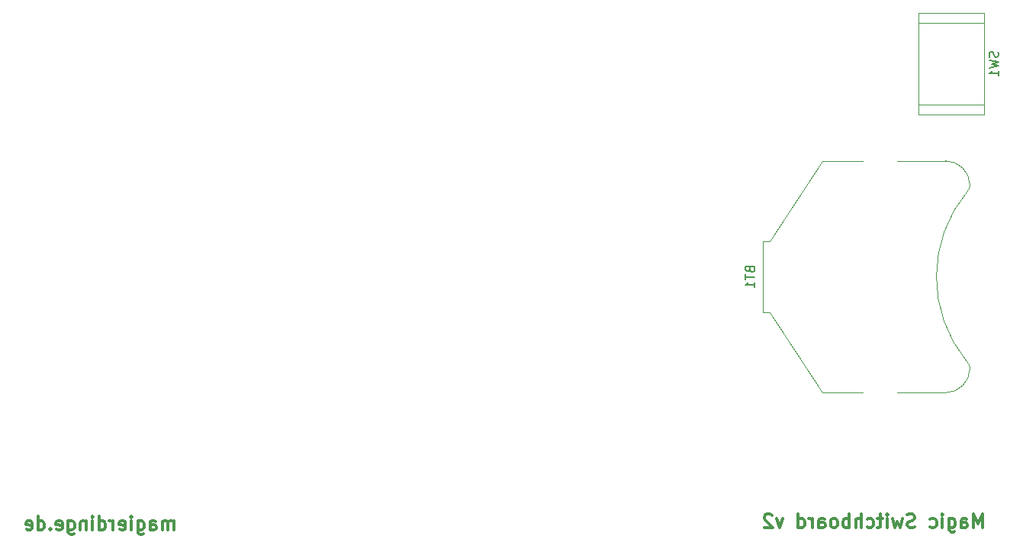
<source format=gbr>
G04 #@! TF.GenerationSoftware,KiCad,Pcbnew,5.0.2-bee76a0~70~ubuntu18.04.1*
G04 #@! TF.CreationDate,2019-01-02T21:03:54+01:00*
G04 #@! TF.ProjectId,magic-switchboard,6d616769-632d-4737-9769-746368626f61,v2*
G04 #@! TF.SameCoordinates,Original*
G04 #@! TF.FileFunction,Legend,Bot*
G04 #@! TF.FilePolarity,Positive*
%FSLAX46Y46*%
G04 Gerber Fmt 4.6, Leading zero omitted, Abs format (unit mm)*
G04 Created by KiCad (PCBNEW 5.0.2-bee76a0~70~ubuntu18.04.1) date Mi 02 Jan 2019 21:03:54 CET*
%MOMM*%
%LPD*%
G01*
G04 APERTURE LIST*
%ADD10C,0.300000*%
%ADD11C,0.120000*%
%ADD12C,0.150000*%
G04 APERTURE END LIST*
D10*
X108084571Y-138082571D02*
X108084571Y-137082571D01*
X108084571Y-137225428D02*
X108013142Y-137154000D01*
X107870285Y-137082571D01*
X107656000Y-137082571D01*
X107513142Y-137154000D01*
X107441714Y-137296857D01*
X107441714Y-138082571D01*
X107441714Y-137296857D02*
X107370285Y-137154000D01*
X107227428Y-137082571D01*
X107013142Y-137082571D01*
X106870285Y-137154000D01*
X106798857Y-137296857D01*
X106798857Y-138082571D01*
X105441714Y-138082571D02*
X105441714Y-137296857D01*
X105513142Y-137154000D01*
X105656000Y-137082571D01*
X105941714Y-137082571D01*
X106084571Y-137154000D01*
X105441714Y-138011142D02*
X105584571Y-138082571D01*
X105941714Y-138082571D01*
X106084571Y-138011142D01*
X106156000Y-137868285D01*
X106156000Y-137725428D01*
X106084571Y-137582571D01*
X105941714Y-137511142D01*
X105584571Y-137511142D01*
X105441714Y-137439714D01*
X104084571Y-137082571D02*
X104084571Y-138296857D01*
X104156000Y-138439714D01*
X104227428Y-138511142D01*
X104370285Y-138582571D01*
X104584571Y-138582571D01*
X104727428Y-138511142D01*
X104084571Y-138011142D02*
X104227428Y-138082571D01*
X104513142Y-138082571D01*
X104656000Y-138011142D01*
X104727428Y-137939714D01*
X104798857Y-137796857D01*
X104798857Y-137368285D01*
X104727428Y-137225428D01*
X104656000Y-137154000D01*
X104513142Y-137082571D01*
X104227428Y-137082571D01*
X104084571Y-137154000D01*
X103370285Y-138082571D02*
X103370285Y-137082571D01*
X103370285Y-136582571D02*
X103441714Y-136654000D01*
X103370285Y-136725428D01*
X103298857Y-136654000D01*
X103370285Y-136582571D01*
X103370285Y-136725428D01*
X102084571Y-138011142D02*
X102227428Y-138082571D01*
X102513142Y-138082571D01*
X102656000Y-138011142D01*
X102727428Y-137868285D01*
X102727428Y-137296857D01*
X102656000Y-137154000D01*
X102513142Y-137082571D01*
X102227428Y-137082571D01*
X102084571Y-137154000D01*
X102013142Y-137296857D01*
X102013142Y-137439714D01*
X102727428Y-137582571D01*
X101370285Y-138082571D02*
X101370285Y-137082571D01*
X101370285Y-137368285D02*
X101298857Y-137225428D01*
X101227428Y-137154000D01*
X101084571Y-137082571D01*
X100941714Y-137082571D01*
X99798857Y-138082571D02*
X99798857Y-136582571D01*
X99798857Y-138011142D02*
X99941714Y-138082571D01*
X100227428Y-138082571D01*
X100370285Y-138011142D01*
X100441714Y-137939714D01*
X100513142Y-137796857D01*
X100513142Y-137368285D01*
X100441714Y-137225428D01*
X100370285Y-137154000D01*
X100227428Y-137082571D01*
X99941714Y-137082571D01*
X99798857Y-137154000D01*
X99084571Y-138082571D02*
X99084571Y-137082571D01*
X99084571Y-136582571D02*
X99156000Y-136654000D01*
X99084571Y-136725428D01*
X99013142Y-136654000D01*
X99084571Y-136582571D01*
X99084571Y-136725428D01*
X98370285Y-137082571D02*
X98370285Y-138082571D01*
X98370285Y-137225428D02*
X98298857Y-137154000D01*
X98156000Y-137082571D01*
X97941714Y-137082571D01*
X97798857Y-137154000D01*
X97727428Y-137296857D01*
X97727428Y-138082571D01*
X96370285Y-137082571D02*
X96370285Y-138296857D01*
X96441714Y-138439714D01*
X96513142Y-138511142D01*
X96656000Y-138582571D01*
X96870285Y-138582571D01*
X97013142Y-138511142D01*
X96370285Y-138011142D02*
X96513142Y-138082571D01*
X96798857Y-138082571D01*
X96941714Y-138011142D01*
X97013142Y-137939714D01*
X97084571Y-137796857D01*
X97084571Y-137368285D01*
X97013142Y-137225428D01*
X96941714Y-137154000D01*
X96798857Y-137082571D01*
X96513142Y-137082571D01*
X96370285Y-137154000D01*
X95084571Y-138011142D02*
X95227428Y-138082571D01*
X95513142Y-138082571D01*
X95656000Y-138011142D01*
X95727428Y-137868285D01*
X95727428Y-137296857D01*
X95656000Y-137154000D01*
X95513142Y-137082571D01*
X95227428Y-137082571D01*
X95084571Y-137154000D01*
X95013142Y-137296857D01*
X95013142Y-137439714D01*
X95727428Y-137582571D01*
X94370285Y-137939714D02*
X94298857Y-138011142D01*
X94370285Y-138082571D01*
X94441714Y-138011142D01*
X94370285Y-137939714D01*
X94370285Y-138082571D01*
X93013142Y-138082571D02*
X93013142Y-136582571D01*
X93013142Y-138011142D02*
X93156000Y-138082571D01*
X93441714Y-138082571D01*
X93584571Y-138011142D01*
X93656000Y-137939714D01*
X93727428Y-137796857D01*
X93727428Y-137368285D01*
X93656000Y-137225428D01*
X93584571Y-137154000D01*
X93441714Y-137082571D01*
X93156000Y-137082571D01*
X93013142Y-137154000D01*
X91727428Y-138011142D02*
X91870285Y-138082571D01*
X92156000Y-138082571D01*
X92298857Y-138011142D01*
X92370285Y-137868285D01*
X92370285Y-137296857D01*
X92298857Y-137154000D01*
X92156000Y-137082571D01*
X91870285Y-137082571D01*
X91727428Y-137154000D01*
X91656000Y-137296857D01*
X91656000Y-137439714D01*
X92370285Y-137582571D01*
X197829428Y-137828571D02*
X197829428Y-136328571D01*
X197329428Y-137400000D01*
X196829428Y-136328571D01*
X196829428Y-137828571D01*
X195472285Y-137828571D02*
X195472285Y-137042857D01*
X195543714Y-136900000D01*
X195686571Y-136828571D01*
X195972285Y-136828571D01*
X196115142Y-136900000D01*
X195472285Y-137757142D02*
X195615142Y-137828571D01*
X195972285Y-137828571D01*
X196115142Y-137757142D01*
X196186571Y-137614285D01*
X196186571Y-137471428D01*
X196115142Y-137328571D01*
X195972285Y-137257142D01*
X195615142Y-137257142D01*
X195472285Y-137185714D01*
X194115142Y-136828571D02*
X194115142Y-138042857D01*
X194186571Y-138185714D01*
X194258000Y-138257142D01*
X194400857Y-138328571D01*
X194615142Y-138328571D01*
X194758000Y-138257142D01*
X194115142Y-137757142D02*
X194258000Y-137828571D01*
X194543714Y-137828571D01*
X194686571Y-137757142D01*
X194758000Y-137685714D01*
X194829428Y-137542857D01*
X194829428Y-137114285D01*
X194758000Y-136971428D01*
X194686571Y-136900000D01*
X194543714Y-136828571D01*
X194258000Y-136828571D01*
X194115142Y-136900000D01*
X193400857Y-137828571D02*
X193400857Y-136828571D01*
X193400857Y-136328571D02*
X193472285Y-136400000D01*
X193400857Y-136471428D01*
X193329428Y-136400000D01*
X193400857Y-136328571D01*
X193400857Y-136471428D01*
X192043714Y-137757142D02*
X192186571Y-137828571D01*
X192472285Y-137828571D01*
X192615142Y-137757142D01*
X192686571Y-137685714D01*
X192758000Y-137542857D01*
X192758000Y-137114285D01*
X192686571Y-136971428D01*
X192615142Y-136900000D01*
X192472285Y-136828571D01*
X192186571Y-136828571D01*
X192043714Y-136900000D01*
X190329428Y-137757142D02*
X190115142Y-137828571D01*
X189758000Y-137828571D01*
X189615142Y-137757142D01*
X189543714Y-137685714D01*
X189472285Y-137542857D01*
X189472285Y-137400000D01*
X189543714Y-137257142D01*
X189615142Y-137185714D01*
X189758000Y-137114285D01*
X190043714Y-137042857D01*
X190186571Y-136971428D01*
X190258000Y-136900000D01*
X190329428Y-136757142D01*
X190329428Y-136614285D01*
X190258000Y-136471428D01*
X190186571Y-136400000D01*
X190043714Y-136328571D01*
X189686571Y-136328571D01*
X189472285Y-136400000D01*
X188972285Y-136828571D02*
X188686571Y-137828571D01*
X188400857Y-137114285D01*
X188115142Y-137828571D01*
X187829428Y-136828571D01*
X187258000Y-137828571D02*
X187258000Y-136828571D01*
X187258000Y-136328571D02*
X187329428Y-136400000D01*
X187258000Y-136471428D01*
X187186571Y-136400000D01*
X187258000Y-136328571D01*
X187258000Y-136471428D01*
X186758000Y-136828571D02*
X186186571Y-136828571D01*
X186543714Y-136328571D02*
X186543714Y-137614285D01*
X186472285Y-137757142D01*
X186329428Y-137828571D01*
X186186571Y-137828571D01*
X185043714Y-137757142D02*
X185186571Y-137828571D01*
X185472285Y-137828571D01*
X185615142Y-137757142D01*
X185686571Y-137685714D01*
X185758000Y-137542857D01*
X185758000Y-137114285D01*
X185686571Y-136971428D01*
X185615142Y-136900000D01*
X185472285Y-136828571D01*
X185186571Y-136828571D01*
X185043714Y-136900000D01*
X184400857Y-137828571D02*
X184400857Y-136328571D01*
X183758000Y-137828571D02*
X183758000Y-137042857D01*
X183829428Y-136900000D01*
X183972285Y-136828571D01*
X184186571Y-136828571D01*
X184329428Y-136900000D01*
X184400857Y-136971428D01*
X183043714Y-137828571D02*
X183043714Y-136328571D01*
X183043714Y-136900000D02*
X182900857Y-136828571D01*
X182615142Y-136828571D01*
X182472285Y-136900000D01*
X182400857Y-136971428D01*
X182329428Y-137114285D01*
X182329428Y-137542857D01*
X182400857Y-137685714D01*
X182472285Y-137757142D01*
X182615142Y-137828571D01*
X182900857Y-137828571D01*
X183043714Y-137757142D01*
X181472285Y-137828571D02*
X181615142Y-137757142D01*
X181686571Y-137685714D01*
X181758000Y-137542857D01*
X181758000Y-137114285D01*
X181686571Y-136971428D01*
X181615142Y-136900000D01*
X181472285Y-136828571D01*
X181258000Y-136828571D01*
X181115142Y-136900000D01*
X181043714Y-136971428D01*
X180972285Y-137114285D01*
X180972285Y-137542857D01*
X181043714Y-137685714D01*
X181115142Y-137757142D01*
X181258000Y-137828571D01*
X181472285Y-137828571D01*
X179686571Y-137828571D02*
X179686571Y-137042857D01*
X179758000Y-136900000D01*
X179900857Y-136828571D01*
X180186571Y-136828571D01*
X180329428Y-136900000D01*
X179686571Y-137757142D02*
X179829428Y-137828571D01*
X180186571Y-137828571D01*
X180329428Y-137757142D01*
X180400857Y-137614285D01*
X180400857Y-137471428D01*
X180329428Y-137328571D01*
X180186571Y-137257142D01*
X179829428Y-137257142D01*
X179686571Y-137185714D01*
X178972285Y-137828571D02*
X178972285Y-136828571D01*
X178972285Y-137114285D02*
X178900857Y-136971428D01*
X178829428Y-136900000D01*
X178686571Y-136828571D01*
X178543714Y-136828571D01*
X177400857Y-137828571D02*
X177400857Y-136328571D01*
X177400857Y-137757142D02*
X177543714Y-137828571D01*
X177829428Y-137828571D01*
X177972285Y-137757142D01*
X178043714Y-137685714D01*
X178115142Y-137542857D01*
X178115142Y-137114285D01*
X178043714Y-136971428D01*
X177972285Y-136900000D01*
X177829428Y-136828571D01*
X177543714Y-136828571D01*
X177400857Y-136900000D01*
X175686571Y-136828571D02*
X175329428Y-137828571D01*
X174972285Y-136828571D01*
X174472285Y-136471428D02*
X174400857Y-136400000D01*
X174258000Y-136328571D01*
X173900857Y-136328571D01*
X173758000Y-136400000D01*
X173686571Y-136471428D01*
X173615142Y-136614285D01*
X173615142Y-136757142D01*
X173686571Y-136971428D01*
X174543714Y-137828571D01*
X173615142Y-137828571D01*
D11*
G04 #@! TO.C,BT1*
X174250000Y-106050000D02*
X180100000Y-97150000D01*
X173450000Y-106050000D02*
X174250000Y-106050000D01*
X173450000Y-106050000D02*
X173450000Y-113950000D01*
X173450000Y-113950000D02*
X174250000Y-113950000D01*
X174250000Y-113950000D02*
X180100000Y-122850000D01*
X180100000Y-97150000D02*
X184600000Y-97150000D01*
X180100000Y-122850000D02*
X184600000Y-122850000D01*
X188400000Y-97150000D02*
X193800000Y-97150000D01*
X188400000Y-122850000D02*
X193800000Y-122850000D01*
X193750000Y-122850000D02*
G75*
G03X196450000Y-120150000I0J2700000D01*
G01*
X193750000Y-97150000D02*
G75*
G02X196450000Y-99850000I0J-2700000D01*
G01*
X196171751Y-100521751D02*
G75*
G03X196450000Y-99850000I-671751J671751D01*
G01*
X196171751Y-119478249D02*
G75*
G02X196450000Y-120150000I-671751J-671751D01*
G01*
X196138071Y-119440444D02*
G75*
G02X196230000Y-100450000I11361929J9440444D01*
G01*
G04 #@! TO.C,SW1*
X198014000Y-81890000D02*
X190774000Y-81890000D01*
X198014000Y-90890000D02*
X190774000Y-90890000D01*
X198014000Y-80770000D02*
X190774000Y-80770000D01*
X198014000Y-92010000D02*
X190774000Y-92010000D01*
X190774000Y-92010000D02*
X190774000Y-80770000D01*
X198014000Y-92010000D02*
X198014000Y-80770000D01*
G04 #@! TO.C,BT1*
D12*
X172028571Y-109214285D02*
X172076190Y-109357142D01*
X172123809Y-109404761D01*
X172219047Y-109452380D01*
X172361904Y-109452380D01*
X172457142Y-109404761D01*
X172504761Y-109357142D01*
X172552380Y-109261904D01*
X172552380Y-108880952D01*
X171552380Y-108880952D01*
X171552380Y-109214285D01*
X171600000Y-109309523D01*
X171647619Y-109357142D01*
X171742857Y-109404761D01*
X171838095Y-109404761D01*
X171933333Y-109357142D01*
X171980952Y-109309523D01*
X172028571Y-109214285D01*
X172028571Y-108880952D01*
X171552380Y-109738095D02*
X171552380Y-110309523D01*
X172552380Y-110023809D02*
X171552380Y-110023809D01*
X172552380Y-111166666D02*
X172552380Y-110595238D01*
X172552380Y-110880952D02*
X171552380Y-110880952D01*
X171695238Y-110785714D01*
X171790476Y-110690476D01*
X171838095Y-110595238D01*
G04 #@! TO.C,SW1*
X199548761Y-85056666D02*
X199596380Y-85199523D01*
X199596380Y-85437619D01*
X199548761Y-85532857D01*
X199501142Y-85580476D01*
X199405904Y-85628095D01*
X199310666Y-85628095D01*
X199215428Y-85580476D01*
X199167809Y-85532857D01*
X199120190Y-85437619D01*
X199072571Y-85247142D01*
X199024952Y-85151904D01*
X198977333Y-85104285D01*
X198882095Y-85056666D01*
X198786857Y-85056666D01*
X198691619Y-85104285D01*
X198644000Y-85151904D01*
X198596380Y-85247142D01*
X198596380Y-85485238D01*
X198644000Y-85628095D01*
X198596380Y-85961428D02*
X199596380Y-86199523D01*
X198882095Y-86390000D01*
X199596380Y-86580476D01*
X198596380Y-86818571D01*
X199596380Y-87723333D02*
X199596380Y-87151904D01*
X199596380Y-87437619D02*
X198596380Y-87437619D01*
X198739238Y-87342380D01*
X198834476Y-87247142D01*
X198882095Y-87151904D01*
G04 #@! TD*
M02*

</source>
